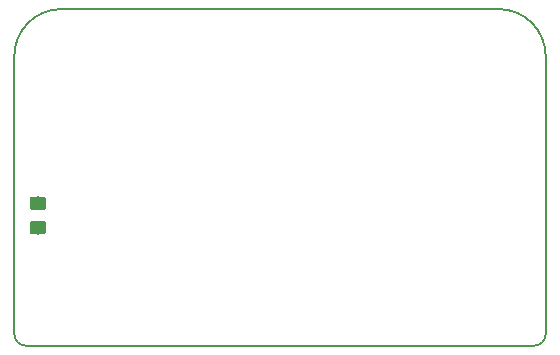
<source format=gtp>
%TF.GenerationSoftware,KiCad,Pcbnew,5.0.2+dfsg1-1*%
%TF.CreationDate,2022-04-03T13:41:23+09:00*%
%TF.ProjectId,toolhead-board,746f6f6c-6865-4616-942d-626f6172642e,rev?*%
%TF.SameCoordinates,Original*%
%TF.FileFunction,Paste,Top*%
%TF.FilePolarity,Positive*%
%FSLAX46Y46*%
G04 Gerber Fmt 4.6, Leading zero omitted, Abs format (unit mm)*
G04 Created by KiCad (PCBNEW 5.0.2+dfsg1-1) date Sun 03 Apr 2022 01:41:23 PM JST*
%MOMM*%
%LPD*%
G01*
G04 APERTURE LIST*
%ADD10C,0.150000*%
%ADD11C,0.100000*%
%ADD12C,1.150000*%
G04 APERTURE END LIST*
D10*
X165000000Y-98500000D02*
G75*
G02X164000000Y-99500000I-1000000J0D01*
G01*
X121000000Y-99500000D02*
G75*
G02X120000000Y-98500000I0J1000000D01*
G01*
X161000000Y-71000000D02*
G75*
G02X165000000Y-75000000I0J-4000000D01*
G01*
X120000000Y-75000000D02*
G75*
G02X124000000Y-71000000I4000000J0D01*
G01*
X120000000Y-75000000D02*
X120000000Y-98500000D01*
X161000000Y-71000000D02*
X124000000Y-71000000D01*
X165000000Y-98500000D02*
X165000000Y-75000000D01*
X121000000Y-99500000D02*
X164000000Y-99500000D01*
D11*
G36*
X122474505Y-88926204D02*
X122498773Y-88929804D01*
X122522572Y-88935765D01*
X122545671Y-88944030D01*
X122567850Y-88954520D01*
X122588893Y-88967132D01*
X122608599Y-88981747D01*
X122626777Y-88998223D01*
X122643253Y-89016401D01*
X122657868Y-89036107D01*
X122670480Y-89057150D01*
X122680970Y-89079329D01*
X122689235Y-89102428D01*
X122695196Y-89126227D01*
X122698796Y-89150495D01*
X122700000Y-89174999D01*
X122700000Y-89825001D01*
X122698796Y-89849505D01*
X122695196Y-89873773D01*
X122689235Y-89897572D01*
X122680970Y-89920671D01*
X122670480Y-89942850D01*
X122657868Y-89963893D01*
X122643253Y-89983599D01*
X122626777Y-90001777D01*
X122608599Y-90018253D01*
X122588893Y-90032868D01*
X122567850Y-90045480D01*
X122545671Y-90055970D01*
X122522572Y-90064235D01*
X122498773Y-90070196D01*
X122474505Y-90073796D01*
X122450001Y-90075000D01*
X121549999Y-90075000D01*
X121525495Y-90073796D01*
X121501227Y-90070196D01*
X121477428Y-90064235D01*
X121454329Y-90055970D01*
X121432150Y-90045480D01*
X121411107Y-90032868D01*
X121391401Y-90018253D01*
X121373223Y-90001777D01*
X121356747Y-89983599D01*
X121342132Y-89963893D01*
X121329520Y-89942850D01*
X121319030Y-89920671D01*
X121310765Y-89897572D01*
X121304804Y-89873773D01*
X121301204Y-89849505D01*
X121300000Y-89825001D01*
X121300000Y-89174999D01*
X121301204Y-89150495D01*
X121304804Y-89126227D01*
X121310765Y-89102428D01*
X121319030Y-89079329D01*
X121329520Y-89057150D01*
X121342132Y-89036107D01*
X121356747Y-89016401D01*
X121373223Y-88998223D01*
X121391401Y-88981747D01*
X121411107Y-88967132D01*
X121432150Y-88954520D01*
X121454329Y-88944030D01*
X121477428Y-88935765D01*
X121501227Y-88929804D01*
X121525495Y-88926204D01*
X121549999Y-88925000D01*
X122450001Y-88925000D01*
X122474505Y-88926204D01*
X122474505Y-88926204D01*
G37*
D12*
X122000000Y-89500000D03*
D11*
G36*
X122474505Y-86876204D02*
X122498773Y-86879804D01*
X122522572Y-86885765D01*
X122545671Y-86894030D01*
X122567850Y-86904520D01*
X122588893Y-86917132D01*
X122608599Y-86931747D01*
X122626777Y-86948223D01*
X122643253Y-86966401D01*
X122657868Y-86986107D01*
X122670480Y-87007150D01*
X122680970Y-87029329D01*
X122689235Y-87052428D01*
X122695196Y-87076227D01*
X122698796Y-87100495D01*
X122700000Y-87124999D01*
X122700000Y-87775001D01*
X122698796Y-87799505D01*
X122695196Y-87823773D01*
X122689235Y-87847572D01*
X122680970Y-87870671D01*
X122670480Y-87892850D01*
X122657868Y-87913893D01*
X122643253Y-87933599D01*
X122626777Y-87951777D01*
X122608599Y-87968253D01*
X122588893Y-87982868D01*
X122567850Y-87995480D01*
X122545671Y-88005970D01*
X122522572Y-88014235D01*
X122498773Y-88020196D01*
X122474505Y-88023796D01*
X122450001Y-88025000D01*
X121549999Y-88025000D01*
X121525495Y-88023796D01*
X121501227Y-88020196D01*
X121477428Y-88014235D01*
X121454329Y-88005970D01*
X121432150Y-87995480D01*
X121411107Y-87982868D01*
X121391401Y-87968253D01*
X121373223Y-87951777D01*
X121356747Y-87933599D01*
X121342132Y-87913893D01*
X121329520Y-87892850D01*
X121319030Y-87870671D01*
X121310765Y-87847572D01*
X121304804Y-87823773D01*
X121301204Y-87799505D01*
X121300000Y-87775001D01*
X121300000Y-87124999D01*
X121301204Y-87100495D01*
X121304804Y-87076227D01*
X121310765Y-87052428D01*
X121319030Y-87029329D01*
X121329520Y-87007150D01*
X121342132Y-86986107D01*
X121356747Y-86966401D01*
X121373223Y-86948223D01*
X121391401Y-86931747D01*
X121411107Y-86917132D01*
X121432150Y-86904520D01*
X121454329Y-86894030D01*
X121477428Y-86885765D01*
X121501227Y-86879804D01*
X121525495Y-86876204D01*
X121549999Y-86875000D01*
X122450001Y-86875000D01*
X122474505Y-86876204D01*
X122474505Y-86876204D01*
G37*
D12*
X122000000Y-87450000D03*
M02*

</source>
